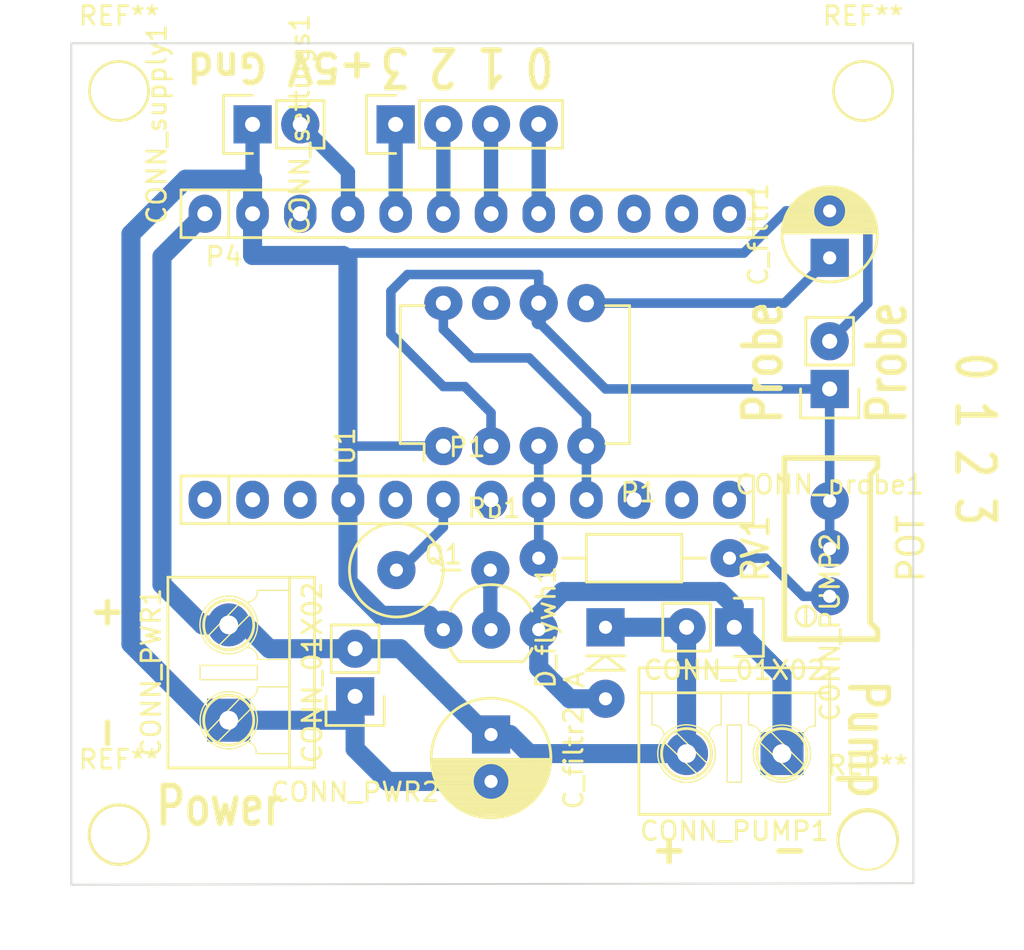
<source format=kicad_pcb>
(kicad_pcb (version 20171130) (host pcbnew "(5.1.12)-1")

  (general
    (thickness 1.6)
    (drawings 19)
    (tracks 92)
    (zones 0)
    (modules 21)
    (nets 28)
  )

  (page A4)
  (title_block
    (date "sam. 04 avril 2015")
  )

  (layers
    (0 F.Cu signal)
    (31 B.Cu signal)
    (32 B.Adhes user)
    (33 F.Adhes user)
    (34 B.Paste user)
    (35 F.Paste user)
    (36 B.SilkS user)
    (37 F.SilkS user)
    (38 B.Mask user)
    (39 F.Mask user)
    (40 Dwgs.User user)
    (41 Cmts.User user)
    (42 Eco1.User user)
    (43 Eco2.User user)
    (44 Edge.Cuts user)
    (45 Margin user)
    (46 B.CrtYd user)
    (47 F.CrtYd user)
    (48 B.Fab user)
    (49 F.Fab user)
  )

  (setup
    (last_trace_width 0.25)
    (user_trace_width 0.508)
    (user_trace_width 0.762)
    (user_trace_width 1.016)
    (trace_clearance 0.2)
    (zone_clearance 0.508)
    (zone_45_only no)
    (trace_min 0.2)
    (via_size 0.6)
    (via_drill 0.4)
    (via_min_size 0.4)
    (via_min_drill 0.3)
    (uvia_size 0.3)
    (uvia_drill 0.1)
    (uvias_allowed no)
    (uvia_min_size 0.2)
    (uvia_min_drill 0.1)
    (edge_width 0.1)
    (segment_width 0.15)
    (pcb_text_width 0.3)
    (pcb_text_size 1.5 1.5)
    (mod_edge_width 0.15)
    (mod_text_size 1 1)
    (mod_text_width 0.15)
    (pad_size 2.2352 2.2352)
    (pad_drill 0.8)
    (pad_to_mask_clearance 0)
    (aux_axis_origin 31.496 151.892)
    (grid_origin 31.496 151.892)
    (visible_elements 7FFFFFFF)
    (pcbplotparams
      (layerselection 0x010f0_80000001)
      (usegerberextensions true)
      (usegerberattributes true)
      (usegerberadvancedattributes true)
      (creategerberjobfile true)
      (excludeedgelayer true)
      (linewidth 0.100000)
      (plotframeref false)
      (viasonmask false)
      (mode 1)
      (useauxorigin true)
      (hpglpennumber 1)
      (hpglpenspeed 20)
      (hpglpendiameter 15.000000)
      (psnegative false)
      (psa4output false)
      (plotreference false)
      (plotvalue false)
      (plotinvisibletext false)
      (padsonsilk false)
      (subtractmaskfromsilk false)
      (outputformat 1)
      (mirror false)
      (drillshape 0)
      (scaleselection 1)
      (outputdirectory "print/export/"))
  )

  (net 0 "")
  (net 1 "/1(Tx)")
  (net 2 "/0(Rx)")
  (net 3 /Reset)
  (net 4 GND)
  (net 5 /2)
  (net 6 "/3(**)")
  (net 7 /4)
  (net 8 "/5(**)")
  (net 9 /7)
  (net 10 /8)
  (net 11 "/9(**)")
  (net 12 VCC)
  (net 13 /A3)
  (net 14 /A2)
  (net 15 /A1)
  (net 16 /A0)
  (net 17 "/13(SCK)")
  (net 18 "/12(MISO)")
  (net 19 "/11(**/MOSI)")
  (net 20 "/10(**/SS)")
  (net 21 "Net-(CONN_probe1-Pad1)")
  (net 22 "Net-(CONN_PUMP1-Pad1)")
  (net 23 +12V)
  (net 24 "Net-(C_filtr1-Pad1)")
  (net 25 "Net-(Q1-Pad2)")
  (net 26 "Net-(R1-Pad2)")
  (net 27 "Net-(U1-Pad7)")

  (net_class Default "This is the default net class."
    (clearance 0.2)
    (trace_width 0.25)
    (via_dia 0.6)
    (via_drill 0.4)
    (uvia_dia 0.3)
    (uvia_drill 0.1)
    (add_net +12V)
    (add_net "/0(Rx)")
    (add_net "/1(Tx)")
    (add_net "/10(**/SS)")
    (add_net "/11(**/MOSI)")
    (add_net "/12(MISO)")
    (add_net "/13(SCK)")
    (add_net /2)
    (add_net "/3(**)")
    (add_net /4)
    (add_net "/5(**)")
    (add_net /7)
    (add_net /8)
    (add_net "/9(**)")
    (add_net /A0)
    (add_net /A1)
    (add_net /A2)
    (add_net /A3)
    (add_net /Reset)
    (add_net GND)
    (add_net "Net-(CONN_PUMP1-Pad1)")
    (add_net "Net-(CONN_probe1-Pad1)")
    (add_net "Net-(C_filtr1-Pad1)")
    (add_net "Net-(Q1-Pad2)")
    (add_net "Net-(R1-Pad2)")
    (add_net "Net-(U1-Pad7)")
    (add_net VCC)
  )

  (module Mounting_Holes:MountingHole_3mm (layer F.Cu) (tedit 5687AE64) (tstamp 5687B0A5)
    (at 34.036 94.234)
    (descr "Mounting hole, Befestigungsbohrung, 3mm, No Annular, Kein Restring,")
    (tags "Mounting hole, Befestigungsbohrung, 3mm, No Annular, Kein Restring,")
    (fp_text reference REF** (at 0 -4.0005) (layer F.SilkS)
      (effects (font (size 1 1) (thickness 0.15)))
    )
    (fp_text value MountingHole_3mm (at 1.00076 5.00126) (layer F.Fab)
      (effects (font (size 1 1) (thickness 0.15)))
    )
    (fp_circle (center 0 0) (end 2.54 0) (layer Cmts.User) (width 0.381))
    (pad 1 thru_hole circle (at 0 0) (size 3 3) (drill 3) (layers))
  )

  (module Mounting_Holes:MountingHole_3mm (layer F.Cu) (tedit 5687AE64) (tstamp 5687B086)
    (at 73.914 94.5515)
    (descr "Mounting hole, Befestigungsbohrung, 3mm, No Annular, Kein Restring,")
    (tags "Mounting hole, Befestigungsbohrung, 3mm, No Annular, Kein Restring,")
    (fp_text reference REF** (at 0 -4.0005) (layer F.SilkS)
      (effects (font (size 1 1) (thickness 0.15)))
    )
    (fp_text value MountingHole_3mm (at 1.00076 5.00126) (layer F.Fab)
      (effects (font (size 1 1) (thickness 0.15)))
    )
    (fp_circle (center 0 0) (end 2.54 0) (layer Cmts.User) (width 0.381))
    (pad 1 thru_hole circle (at 0 0) (size 3 3) (drill 3) (layers))
  )

  (module Mounting_Holes:MountingHole_3mm (layer F.Cu) (tedit 5687AE64) (tstamp 5687AE89)
    (at 73.66 54.61)
    (descr "Mounting hole, Befestigungsbohrung, 3mm, No Annular, Kein Restring,")
    (tags "Mounting hole, Befestigungsbohrung, 3mm, No Annular, Kein Restring,")
    (fp_text reference REF** (at 0 -4.0005) (layer F.SilkS)
      (effects (font (size 1 1) (thickness 0.15)))
    )
    (fp_text value MountingHole_3mm (at 1.00076 5.00126) (layer F.Fab)
      (effects (font (size 1 1) (thickness 0.15)))
    )
    (fp_circle (center 0 0) (end 2.54 0) (layer Cmts.User) (width 0.381))
    (pad 1 thru_hole circle (at 0 0) (size 3 3) (drill 3) (layers))
  )

  (module Mounting_Holes:MountingHole_3mm (layer F.Cu) (tedit 5687AE64) (tstamp 5687ADC9)
    (at 34.036 54.61)
    (descr "Mounting hole, Befestigungsbohrung, 3mm, No Annular, Kein Restring,")
    (tags "Mounting hole, Befestigungsbohrung, 3mm, No Annular, Kein Restring,")
    (fp_text reference REF** (at 0 -4.0005) (layer F.SilkS)
      (effects (font (size 1 1) (thickness 0.15)))
    )
    (fp_text value MountingHole_3mm (at 1.00076 5.00126) (layer F.Fab)
      (effects (font (size 1 1) (thickness 0.15)))
    )
    (fp_circle (center 0 0) (end 2.54 0) (layer Cmts.User) (width 0.381))
    (pad 1 thru_hole circle (at 0 0) (size 3 3) (drill 3) (layers))
  )

  (module colo-termblocks:KF301-2P-B (layer F.Cu) (tedit 56821CA9) (tstamp 56812F68)
    (at 39.878 85.598 90)
    (path /567BF7EC)
    (fp_text reference CONN_PWR1 (at 0 -4.1275 270) (layer F.SilkS)
      (effects (font (size 1 1) (thickness 0.15)))
    )
    (fp_text value CONN_01X02 (at 0 4.445 270) (layer F.SilkS)
      (effects (font (size 1 1) (thickness 0.15)))
    )
    (fp_line (start -5.08 4.572) (end 5.08 4.572) (layer F.SilkS) (width 0.15))
    (fp_line (start 5.08 -3.2385) (end -5.08 -3.2385) (layer F.SilkS) (width 0.15))
    (fp_line (start 5.08 -3.2385) (end 5.08 4.572) (layer F.SilkS) (width 0.15))
    (fp_line (start -5.08 4.572) (end -5.08 -3.2385) (layer F.SilkS) (width 0.15))
    (fp_line (start 5.0165 3.2385) (end -5.08 3.2385) (layer F.SilkS) (width 0.15))
    (fp_circle (center 2.54 0) (end 1.2065 0) (layer F.SilkS) (width 0.15))
    (fp_circle (center 2.54 0) (end 3.8735 0.762) (layer F.SilkS) (width 0.075))
    (fp_circle (center -2.54 0) (end -1.2065 0) (layer F.SilkS) (width 0.15))
    (fp_circle (center -2.54 0) (end -1.016 0) (layer F.SilkS) (width 0.075))
    (fp_line (start 0.381 -1.524) (end 0.381 1.524) (layer F.SilkS) (width 0.075))
    (fp_line (start -0.381 -1.524) (end 0.381 -1.524) (layer F.SilkS) (width 0.075))
    (fp_line (start -0.381 1.524) (end -0.381 -1.524) (layer F.SilkS) (width 0.075))
    (fp_line (start 0.381 1.524) (end -0.381 1.524) (layer F.SilkS) (width 0.075))
    (fp_line (start 4.3815 1.524) (end 4.3815 3.2385) (layer F.SilkS) (width 0.075))
    (fp_line (start -0.762 1.524) (end -0.762 3.2385) (layer F.SilkS) (width 0.075))
    (fp_line (start -4.318 1.4605) (end -4.318 3.175) (layer F.SilkS) (width 0.075))
    (fp_line (start 0.6985 1.524) (end 0.6985 3.2385) (layer F.SilkS) (width 0.075))
    (fp_line (start -1.905 1.2065) (end -3.683 -0.5715) (layer F.SilkS) (width 0.075))
    (fp_line (start -3.175 -1.143) (end -1.3335 0.635) (layer F.SilkS) (width 0.075))
    (fp_line (start 1.905 -1.143) (end 3.7465 0.635) (layer F.SilkS) (width 0.075))
    (fp_line (start 3.175 1.2065) (end 1.397 -0.5715) (layer F.SilkS) (width 0.075))
    (fp_arc (start 0.762 0.9525) (end 0.6985 1.524) (angle -90) (layer F.SilkS) (width 0.075))
    (fp_arc (start -4.2545 0.889) (end -4.318 1.4605) (angle -90) (layer F.SilkS) (width 0.075))
    (fp_arc (start -0.8255 0.9525) (end -0.762 1.524) (angle 90) (layer F.SilkS) (width 0.075))
    (fp_arc (start 4.318 0.9525) (end 4.3815 1.524) (angle 90) (layer F.SilkS) (width 0.075))
    (pad 1 thru_hole rect (at -2.54 0 90) (size 2.286 2.286) (drill 1) (layers B.Cu B.Mask)
      (net 4 GND))
    (pad 2 thru_hole circle (at 2.54 0 90) (size 2.286 2.286) (drill 1) (layers B.Cu B.Mask)
      (net 23 +12V))
  )

  (module colo-termblocks:KF301-2P-B (layer F.Cu) (tedit 5681A356) (tstamp 56812F3A)
    (at 66.802 89.916 180)
    (path /567BF9AE)
    (fp_text reference CONN_PUMP1 (at 0 -4.1275) (layer F.SilkS)
      (effects (font (size 1 1) (thickness 0.15)))
    )
    (fp_text value CONN_01X02 (at 0 4.445) (layer F.SilkS)
      (effects (font (size 1 1) (thickness 0.15)))
    )
    (fp_line (start -5.08 4.572) (end 5.08 4.572) (layer F.SilkS) (width 0.15))
    (fp_line (start 5.08 -3.2385) (end -5.08 -3.2385) (layer F.SilkS) (width 0.15))
    (fp_line (start 5.08 -3.2385) (end 5.08 4.572) (layer F.SilkS) (width 0.15))
    (fp_line (start -5.08 4.572) (end -5.08 -3.2385) (layer F.SilkS) (width 0.15))
    (fp_line (start 5.0165 3.2385) (end -5.08 3.2385) (layer F.SilkS) (width 0.15))
    (fp_circle (center 2.54 0) (end 1.2065 0) (layer F.SilkS) (width 0.15))
    (fp_circle (center 2.54 0) (end 3.8735 0.762) (layer F.SilkS) (width 0.075))
    (fp_circle (center -2.54 0) (end -1.2065 0) (layer F.SilkS) (width 0.15))
    (fp_circle (center -2.54 0) (end -1.016 0) (layer F.SilkS) (width 0.075))
    (fp_line (start 0.381 -1.524) (end 0.381 1.524) (layer F.SilkS) (width 0.075))
    (fp_line (start -0.381 -1.524) (end 0.381 -1.524) (layer F.SilkS) (width 0.075))
    (fp_line (start -0.381 1.524) (end -0.381 -1.524) (layer F.SilkS) (width 0.075))
    (fp_line (start 0.381 1.524) (end -0.381 1.524) (layer F.SilkS) (width 0.075))
    (fp_line (start 4.3815 1.524) (end 4.3815 3.2385) (layer F.SilkS) (width 0.075))
    (fp_line (start -0.762 1.524) (end -0.762 3.2385) (layer F.SilkS) (width 0.075))
    (fp_line (start -4.318 1.4605) (end -4.318 3.175) (layer F.SilkS) (width 0.075))
    (fp_line (start 0.6985 1.524) (end 0.6985 3.2385) (layer F.SilkS) (width 0.075))
    (fp_line (start -1.905 1.2065) (end -3.683 -0.5715) (layer F.SilkS) (width 0.075))
    (fp_line (start -3.175 -1.143) (end -1.3335 0.635) (layer F.SilkS) (width 0.075))
    (fp_line (start 1.905 -1.143) (end 3.7465 0.635) (layer F.SilkS) (width 0.075))
    (fp_line (start 3.175 1.2065) (end 1.397 -0.5715) (layer F.SilkS) (width 0.075))
    (fp_arc (start 0.762 0.9525) (end 0.6985 1.524) (angle -90) (layer F.SilkS) (width 0.075))
    (fp_arc (start -4.2545 0.889) (end -4.318 1.4605) (angle -90) (layer F.SilkS) (width 0.075))
    (fp_arc (start -0.8255 0.9525) (end -0.762 1.524) (angle 90) (layer F.SilkS) (width 0.075))
    (fp_arc (start 4.318 0.9525) (end 4.3815 1.524) (angle 90) (layer F.SilkS) (width 0.075))
    (pad 1 thru_hole rect (at -2.54 0 180) (size 2.286 2.286) (drill 1) (layers B.Cu B.Mask)
      (net 22 "Net-(CONN_PUMP1-Pad1)"))
    (pad 2 thru_hole circle (at 2.54 0 180) (size 2.286 2.286) (drill 1) (layers B.Cu B.Mask)
      (net 23 +12V))
  )

  (module Pin_Headers:Pin_Header_Straight_1x02 (layer F.Cu) (tedit 5687B8B7) (tstamp 5681303D)
    (at 41.148 56.388 90)
    (descr "Through hole pin header")
    (tags "pin header")
    (path /567CADAD)
    (fp_text reference CONN_supply1 (at 0 -5.1 90) (layer F.SilkS)
      (effects (font (size 1 1) (thickness 0.15)))
    )
    (fp_text value CONN_01X02 (at 0 -3.1 90) (layer F.Fab)
      (effects (font (size 1 1) (thickness 0.15)))
    )
    (fp_line (start -1.27 3.81) (end 1.27 3.81) (layer F.SilkS) (width 0.15))
    (fp_line (start -1.27 1.27) (end -1.27 3.81) (layer F.SilkS) (width 0.15))
    (fp_line (start -1.55 -1.55) (end 1.55 -1.55) (layer F.SilkS) (width 0.15))
    (fp_line (start -1.55 0) (end -1.55 -1.55) (layer F.SilkS) (width 0.15))
    (fp_line (start 1.27 1.27) (end -1.27 1.27) (layer F.SilkS) (width 0.15))
    (fp_line (start -1.75 4.3) (end 1.75 4.3) (layer F.CrtYd) (width 0.05))
    (fp_line (start -1.75 -1.75) (end 1.75 -1.75) (layer F.CrtYd) (width 0.05))
    (fp_line (start 1.75 -1.75) (end 1.75 4.3) (layer F.CrtYd) (width 0.05))
    (fp_line (start -1.75 -1.75) (end -1.75 4.3) (layer F.CrtYd) (width 0.05))
    (fp_line (start 1.55 -1.55) (end 1.55 0) (layer F.SilkS) (width 0.15))
    (fp_line (start 1.27 1.27) (end 1.27 3.81) (layer F.SilkS) (width 0.15))
    (pad 1 thru_hole rect (at 0 0 90) (size 2.032 2.032) (drill 0.8) (layers B.Cu B.Mask)
      (net 4 GND))
    (pad 2 thru_hole oval (at 0 2.54 90) (size 2.032 2.032) (drill 0.8) (layers B.Cu B.Mask)
      (net 12 VCC))
    (model Pin_Headers.3dshapes/Pin_Header_Straight_1x02.wrl
      (offset (xyz 0 -1.269999980926514 0))
      (scale (xyz 1 1 1))
      (rotate (xyz 0 0 90))
    )
  )

  (module Pin_Headers:Pin_Header_Straight_1x04 (layer F.Cu) (tedit 567C9EAB) (tstamp 5681302B)
    (at 48.768 56.388 90)
    (descr "Through hole pin header")
    (tags "pin header")
    (path /567CAEC6)
    (fp_text reference CONN_settings1 (at 0 -5.1 90) (layer F.SilkS)
      (effects (font (size 1 1) (thickness 0.15)))
    )
    (fp_text value CONN_01X04 (at 0 -3.1 90) (layer F.Fab)
      (effects (font (size 1 1) (thickness 0.15)))
    )
    (fp_line (start -1.55 -1.55) (end 1.55 -1.55) (layer F.SilkS) (width 0.15))
    (fp_line (start -1.55 0) (end -1.55 -1.55) (layer F.SilkS) (width 0.15))
    (fp_line (start 1.27 1.27) (end -1.27 1.27) (layer F.SilkS) (width 0.15))
    (fp_line (start -1.27 8.89) (end 1.27 8.89) (layer F.SilkS) (width 0.15))
    (fp_line (start 1.55 -1.55) (end 1.55 0) (layer F.SilkS) (width 0.15))
    (fp_line (start 1.27 1.27) (end 1.27 8.89) (layer F.SilkS) (width 0.15))
    (fp_line (start -1.27 1.27) (end -1.27 8.89) (layer F.SilkS) (width 0.15))
    (fp_line (start -1.75 9.4) (end 1.75 9.4) (layer F.CrtYd) (width 0.05))
    (fp_line (start -1.75 -1.75) (end 1.75 -1.75) (layer F.CrtYd) (width 0.05))
    (fp_line (start 1.75 -1.75) (end 1.75 9.4) (layer F.CrtYd) (width 0.05))
    (fp_line (start -1.75 -1.75) (end -1.75 9.4) (layer F.CrtYd) (width 0.05))
    (pad 1 thru_hole rect (at 0 0 90) (size 2.032 2.032) (drill 0.8) (layers B.Cu B.Mask)
      (net 13 /A3))
    (pad 2 thru_hole oval (at 0 2.54 90) (size 2.032 2.032) (drill 0.8) (layers B.Cu B.Mask)
      (net 14 /A2))
    (pad 3 thru_hole oval (at 0 5.08 90) (size 2.032 2.032) (drill 0.8) (layers B.Cu B.Mask)
      (net 15 /A1))
    (pad 4 thru_hole oval (at 0 7.62 90) (size 2.032 2.032) (drill 0.8) (layers B.Cu B.Mask)
      (net 16 /A0))
    (model Pin_Headers.3dshapes/Pin_Header_Straight_1x04.wrl
      (offset (xyz 0 -3.809999942779541 0))
      (scale (xyz 1 1 1))
      (rotate (xyz 0 0 90))
    )
  )

  (module Resistors_ThroughHole:Resistor_Vertical_RM5mm (layer F.Cu) (tedit 567F0773) (tstamp 56813024)
    (at 51.308 80.137)
    (descr "Resistor, Vertical, RM 5mm, 1/3W,")
    (tags "Resistor, Vertical, RM 5mm, 1/3W,")
    (path /567BF76B)
    (fp_text reference Rb1 (at 2.70002 -3.29946) (layer F.SilkS)
      (effects (font (size 1 1) (thickness 0.15)))
    )
    (fp_text value 470R (at -4.064 0.127 90) (layer F.Fab)
      (effects (font (size 1 1) (thickness 0.15)))
    )
    (fp_circle (center -2.49936 0) (end 0 0) (layer F.SilkS) (width 0.15))
    (fp_line (start -0.09906 0) (end 0.9017 0) (layer F.SilkS) (width 0.15))
    (pad 1 thru_hole oval (at -2.49936 0) (size 2.032 2.032) (drill 0.7) (layers B.Cu B.Mask)
      (net 6 "/3(**)"))
    (pad 2 thru_hole oval (at 2.5019 0) (size 2.032 2.032) (drill 0.7) (layers B.Cu B.Mask)
      (net 25 "Net-(Q1-Pad2)"))
  )

  (module Housings_DIP:DIP-8_W7.62mm (layer F.Cu) (tedit 567CA0B5) (tstamp 5681300E)
    (at 51.308 73.533 90)
    (descr "8-lead dip package, row spacing 7.62 mm (300 mils)")
    (tags "dil dip 2.54 300")
    (path /567BDC87)
    (fp_text reference U1 (at 0 -5.22 90) (layer F.SilkS)
      (effects (font (size 1 1) (thickness 0.15)))
    )
    (fp_text value LM555N (at 0 -3.72 90) (layer F.Fab)
      (effects (font (size 1 1) (thickness 0.15)))
    )
    (fp_line (start 0.135 -1.025) (end -0.8 -1.025) (layer F.SilkS) (width 0.15))
    (fp_line (start 0.135 9.915) (end 7.485 9.915) (layer F.SilkS) (width 0.15))
    (fp_line (start 0.135 -2.295) (end 7.485 -2.295) (layer F.SilkS) (width 0.15))
    (fp_line (start 0.135 9.915) (end 0.135 8.645) (layer F.SilkS) (width 0.15))
    (fp_line (start 7.485 9.915) (end 7.485 8.645) (layer F.SilkS) (width 0.15))
    (fp_line (start 7.485 -2.295) (end 7.485 -1.025) (layer F.SilkS) (width 0.15))
    (fp_line (start 0.135 -2.295) (end 0.135 -1.025) (layer F.SilkS) (width 0.15))
    (fp_line (start -1.05 10.1) (end 8.65 10.1) (layer F.CrtYd) (width 0.05))
    (fp_line (start -1.05 -2.45) (end 8.65 -2.45) (layer F.CrtYd) (width 0.05))
    (fp_line (start 8.65 -2.45) (end 8.65 10.1) (layer F.CrtYd) (width 0.05))
    (fp_line (start -1.05 -2.45) (end -1.05 10.1) (layer F.CrtYd) (width 0.05))
    (pad 1 thru_hole oval (at 0 0 90) (size 2.032 2.032) (drill 0.8) (layers B.Cu B.Mask)
      (net 4 GND))
    (pad 2 thru_hole oval (at 0 2.54 90) (size 2.032 2.032) (drill 0.8) (layers B.Cu B.Mask)
      (net 21 "Net-(CONN_probe1-Pad1)"))
    (pad 3 thru_hole oval (at 0 5.08 90) (size 2.032 2.032) (drill 0.8) (layers B.Cu B.Mask)
      (net 8 "/5(**)"))
    (pad 4 thru_hole oval (at 0 7.62 90) (size 2.032 2.032) (drill 0.8) (layers B.Cu B.Mask)
      (net 12 VCC))
    (pad 5 thru_hole oval (at 7.62 7.62 90) (size 2.032 2.032) (drill 0.8) (layers B.Cu B.Mask)
      (net 24 "Net-(C_filtr1-Pad1)"))
    (pad 6 thru_hole oval (at 7.62 5.08 90) (size 2.032 2.032) (drill 0.8) (layers B.Cu B.Mask)
      (net 21 "Net-(CONN_probe1-Pad1)"))
    (pad 7 thru_hole oval (at 7.62 2.54 90) (size 1.778 2.032) (drill 0.8) (layers B.Cu B.Mask)
      (net 27 "Net-(U1-Pad7)"))
    (pad 8 thru_hole oval (at 7.62 0 90) (size 1.778 2.032) (drill 0.8) (layers B.Cu B.Mask)
      (net 12 VCC))
    (model Housings_DIP.3dshapes/DIP-8_W7.62mm.wrl
      (at (xyz 0 0 0))
      (scale (xyz 1 1 1))
      (rotate (xyz 0 0 0))
    )
  )

  (module Diodes_ThroughHole:Diode_DO-41_SOD81_Vertical_AnodeUp (layer F.Cu) (tedit 567DDA48) (tstamp 56813004)
    (at 59.944 83.185 270)
    (descr "Diode, DO-41, SOD81, Vertical, Anode Up,")
    (tags "Diode, DO-41, SOD81, Vertical, Anode Up, 1N4007, SB140,")
    (path /567C6383)
    (fp_text reference D_flywh1 (at 0 3.175 270) (layer F.SilkS)
      (effects (font (size 1 1) (thickness 0.15)))
    )
    (fp_text value D_Small (at 0.05 -2 270) (layer F.Fab)
      (effects (font (size 1 1) (thickness 0.15)))
    )
    (fp_line (start 2.286 -1.016) (end 2.286 1.016) (layer F.SilkS) (width 0.15))
    (fp_line (start 1.524 -1.016) (end 1.524 1.016) (layer F.SilkS) (width 0.15))
    (fp_line (start 1.524 0) (end 2.286 -1.016) (layer F.SilkS) (width 0.15))
    (fp_line (start 1.524 0) (end 2.286 1.016) (layer F.SilkS) (width 0.15))
    (fp_text user A (at 2.794 1.651 270) (layer F.SilkS)
      (effects (font (size 1 1) (thickness 0.15)))
    )
    (pad 2 thru_hole oval (at 3.81 0 270) (size 2.032 2.032) (drill 0.7) (layers B.Cu B.Mask)
      (net 22 "Net-(CONN_PUMP1-Pad1)"))
    (pad 1 thru_hole rect (at 0 0 270) (size 2.032 2.032) (drill 0.7) (layers B.Cu B.Mask)
      (net 23 +12V))
  )

  (module Capacitors_ThroughHole:C_Radial_D6.3_L11.2_P2.5 (layer F.Cu) (tedit 567DBFCC) (tstamp 56812FD8)
    (at 53.848 88.9 270)
    (descr "Radial Electrolytic Capacitor, Diameter 6.3mm x Length 11.2mm, Pitch 2.5mm")
    (tags "Electrolytic Capacitor")
    (path /567C5CD6)
    (fp_text reference C_filtr2 (at 1.25 -4.4 270) (layer F.SilkS)
      (effects (font (size 1 1) (thickness 0.15)))
    )
    (fp_text value CP1 (at 1.25 4.4 270) (layer F.Fab)
      (effects (font (size 1 1) (thickness 0.15)))
    )
    (fp_circle (center 1.25 0) (end 1.25 -3.4) (layer F.CrtYd) (width 0.05))
    (fp_circle (center 1.25 0) (end 1.25 -3.1875) (layer F.SilkS) (width 0.15))
    (fp_circle (center 2.5 0) (end 2.5 -1) (layer F.SilkS) (width 0.15))
    (fp_line (start 4.265 -0.912) (end 4.265 0.912) (layer F.SilkS) (width 0.15))
    (fp_line (start 4.125 -1.287) (end 4.125 1.287) (layer F.SilkS) (width 0.15))
    (fp_line (start 3.985 -1.563) (end 3.985 1.563) (layer F.SilkS) (width 0.15))
    (fp_line (start 3.845 -1.786) (end 3.845 1.786) (layer F.SilkS) (width 0.15))
    (fp_line (start 3.705 -1.974) (end 3.705 1.974) (layer F.SilkS) (width 0.15))
    (fp_line (start 3.565 -2.136) (end 3.565 2.136) (layer F.SilkS) (width 0.15))
    (fp_line (start 3.425 0.38) (end 3.425 2.279) (layer F.SilkS) (width 0.15))
    (fp_line (start 3.425 -2.279) (end 3.425 -0.38) (layer F.SilkS) (width 0.15))
    (fp_line (start 3.285 0.619) (end 3.285 2.404) (layer F.SilkS) (width 0.15))
    (fp_line (start 3.285 -2.404) (end 3.285 -0.619) (layer F.SilkS) (width 0.15))
    (fp_line (start 3.145 0.764) (end 3.145 2.516) (layer F.SilkS) (width 0.15))
    (fp_line (start 3.145 -2.516) (end 3.145 -0.764) (layer F.SilkS) (width 0.15))
    (fp_line (start 3.005 0.863) (end 3.005 2.616) (layer F.SilkS) (width 0.15))
    (fp_line (start 3.005 -2.616) (end 3.005 -0.863) (layer F.SilkS) (width 0.15))
    (fp_line (start 2.865 0.931) (end 2.865 2.704) (layer F.SilkS) (width 0.15))
    (fp_line (start 2.865 -2.704) (end 2.865 -0.931) (layer F.SilkS) (width 0.15))
    (fp_line (start 2.725 0.974) (end 2.725 2.783) (layer F.SilkS) (width 0.15))
    (fp_line (start 2.725 -2.783) (end 2.725 -0.974) (layer F.SilkS) (width 0.15))
    (fp_line (start 2.585 0.996) (end 2.585 2.853) (layer F.SilkS) (width 0.15))
    (fp_line (start 2.585 -2.853) (end 2.585 -0.996) (layer F.SilkS) (width 0.15))
    (fp_line (start 2.445 0.998) (end 2.445 2.915) (layer F.SilkS) (width 0.15))
    (fp_line (start 2.445 -2.915) (end 2.445 -0.998) (layer F.SilkS) (width 0.15))
    (fp_line (start 2.305 0.981) (end 2.305 2.968) (layer F.SilkS) (width 0.15))
    (fp_line (start 2.305 -2.968) (end 2.305 -0.981) (layer F.SilkS) (width 0.15))
    (fp_line (start 2.165 0.942) (end 2.165 3.014) (layer F.SilkS) (width 0.15))
    (fp_line (start 2.165 -3.014) (end 2.165 -0.942) (layer F.SilkS) (width 0.15))
    (fp_line (start 2.025 0.88) (end 2.025 3.053) (layer F.SilkS) (width 0.15))
    (fp_line (start 2.025 -3.053) (end 2.025 -0.88) (layer F.SilkS) (width 0.15))
    (fp_line (start 1.885 0.789) (end 1.885 3.085) (layer F.SilkS) (width 0.15))
    (fp_line (start 1.885 -3.085) (end 1.885 -0.789) (layer F.SilkS) (width 0.15))
    (fp_line (start 1.745 0.656) (end 1.745 3.111) (layer F.SilkS) (width 0.15))
    (fp_line (start 1.745 -3.111) (end 1.745 -0.656) (layer F.SilkS) (width 0.15))
    (fp_line (start 1.605 0.446) (end 1.605 3.13) (layer F.SilkS) (width 0.15))
    (fp_line (start 1.605 -3.13) (end 1.605 -0.446) (layer F.SilkS) (width 0.15))
    (fp_line (start 1.465 -3.143) (end 1.465 3.143) (layer F.SilkS) (width 0.15))
    (fp_line (start 1.325 -3.149) (end 1.325 3.149) (layer F.SilkS) (width 0.15))
    (pad 2 thru_hole oval (at 2.5 0 270) (size 2.032 2.032) (drill 0.7) (layers B.Cu B.Mask)
      (net 4 GND))
    (pad 1 thru_hole rect (at 0 0 270) (size 2.032 2.032) (drill 0.7) (layers B.Cu B.Mask)
      (net 23 +12V))
    (model Capacitors_ThroughHole.3dshapes/C_Radial_D6.3_L11.2_P2.5.wrl
      (at (xyz 0 0 0))
      (scale (xyz 1 1 1))
      (rotate (xyz 0 0 0))
    )
  )

  (module trimpot-cermet-btype:RV-bline (layer F.Cu) (tedit 567CA231) (tstamp 56812FC8)
    (at 71.882 78.994 90)
    (descr "Resistance variable / Potentiometre")
    (tags R)
    (path /567BDF14)
    (fp_text reference RV1 (at 0 -3.937 90) (layer F.SilkS)
      (effects (font (size 1.397 1.27) (thickness 0.2032)))
    )
    (fp_text value POT (at 0 4.318 90) (layer F.SilkS)
      (effects (font (size 1.397 1.27) (thickness 0.2032)))
    )
    (fp_line (start -4.826 2.54) (end -4.826 -2.41) (layer F.SilkS) (width 0.3048))
    (fp_line (start 4.826 -2.413) (end 4.826 2.54) (layer F.SilkS) (width 0.3048))
    (fp_line (start -4.826 -2.413) (end 4.826 -2.413) (layer F.SilkS) (width 0.3048))
    (fp_circle (center -3.603 -1.27) (end -3.429 -0.769) (layer F.SilkS) (width 0.15))
    (fp_line (start -4.064 -1.27) (end -3.048 -1.27) (layer F.SilkS) (width 0.15))
    (fp_line (start -4.318 2.54) (end -3.937 2.159) (layer F.SilkS) (width 0.3048))
    (fp_line (start -4.318 2.54) (end -4.826 2.54) (layer F.SilkS) (width 0.3048))
    (fp_line (start 3.937 2.159) (end -3.937 2.159) (layer F.SilkS) (width 0.3048))
    (fp_line (start 4.318 2.54) (end 3.937 2.159) (layer F.SilkS) (width 0.3048))
    (fp_line (start 4.826 2.54) (end 4.318 2.54) (layer F.SilkS) (width 0.3048))
    (pad 1 thru_hole oval (at -2.54 0 90) (size 2.032 2.032) (drill 0.7) (layers B.Cu B.Mask)
      (net 26 "Net-(R1-Pad2)"))
    (pad 2 thru_hole oval (at 0 0 90) (size 2.032 2.032) (drill 0.7) (layers B.Cu B.Mask)
      (net 21 "Net-(CONN_probe1-Pad1)"))
    (pad 3 thru_hole oval (at 2.54 0 90) (size 2.032 2.032) (drill 0.7) (layers B.Cu B.Mask)
      (net 21 "Net-(CONN_probe1-Pad1)"))
  )

  (module Resistors_ThroughHole:Resistor_Horizontal_RM10mm (layer F.Cu) (tedit 567CA24C) (tstamp 56812FBD)
    (at 61.468 79.502)
    (descr "Resistor, Axial,  RM 10mm, 1/3W,")
    (tags "Resistor, Axial, RM 10mm, 1/3W,")
    (path /567C1585)
    (fp_text reference R1 (at 0.24892 -3.50012) (layer F.SilkS)
      (effects (font (size 1 1) (thickness 0.15)))
    )
    (fp_text value R (at 3.81 3.81) (layer F.Fab)
      (effects (font (size 1 1) (thickness 0.15)))
    )
    (fp_line (start 2.54 0) (end 3.81 0) (layer F.SilkS) (width 0.15))
    (fp_line (start -2.54 0) (end -3.81 0) (layer F.SilkS) (width 0.15))
    (fp_line (start -2.54 1.27) (end -2.54 -1.27) (layer F.SilkS) (width 0.15))
    (fp_line (start 2.54 1.27) (end -2.54 1.27) (layer F.SilkS) (width 0.15))
    (fp_line (start 2.54 -1.27) (end 2.54 1.27) (layer F.SilkS) (width 0.15))
    (fp_line (start -2.54 -1.27) (end 2.54 -1.27) (layer F.SilkS) (width 0.15))
    (pad 1 thru_hole oval (at -5.08 0) (size 2.032 2.032) (drill 0.7) (layers B.Cu B.Mask)
      (net 8 "/5(**)"))
    (pad 2 thru_hole oval (at 5.08 0) (size 2.032 2.032) (drill 0.7) (layers B.Cu B.Mask)
      (net 26 "Net-(R1-Pad2)"))
    (model Resistors_ThroughHole.3dshapes/Resistor_Horizontal_RM10mm.wrl
      (at (xyz 0 0 0))
      (scale (xyz 0.4 0.4 0.4))
      (rotate (xyz 0 0 0))
    )
  )

  (module Capacitors_ThroughHole:C_Radial_D5_L6_P2.5 (layer F.Cu) (tedit 567DBFE1) (tstamp 56812F96)
    (at 71.882 63.5 90)
    (descr "Radial Electrolytic Capacitor Diameter 5mm x Length 6mm, Pitch 2.5mm")
    (tags "Electrolytic Capacitor")
    (path /567BEDBF)
    (fp_text reference C_filtr1 (at 1.25 -3.8 90) (layer F.SilkS)
      (effects (font (size 1 1) (thickness 0.15)))
    )
    (fp_text value CP1 (at 1.25 3.8 90) (layer F.Fab)
      (effects (font (size 1 1) (thickness 0.15)))
    )
    (fp_circle (center 1.25 0) (end 1.25 -2.8) (layer F.CrtYd) (width 0.05))
    (fp_circle (center 1.25 0) (end 1.25 -2.5375) (layer F.SilkS) (width 0.15))
    (fp_circle (center 2.5 0) (end 2.5 -0.9) (layer F.SilkS) (width 0.15))
    (fp_line (start 3.705 -0.472) (end 3.705 0.472) (layer F.SilkS) (width 0.15))
    (fp_line (start 3.565 -0.944) (end 3.565 0.944) (layer F.SilkS) (width 0.15))
    (fp_line (start 3.425 -1.233) (end 3.425 1.233) (layer F.SilkS) (width 0.15))
    (fp_line (start 3.285 0.44) (end 3.285 1.452) (layer F.SilkS) (width 0.15))
    (fp_line (start 3.285 -1.452) (end 3.285 -0.44) (layer F.SilkS) (width 0.15))
    (fp_line (start 3.145 0.628) (end 3.145 1.631) (layer F.SilkS) (width 0.15))
    (fp_line (start 3.145 -1.631) (end 3.145 -0.628) (layer F.SilkS) (width 0.15))
    (fp_line (start 3.005 0.745) (end 3.005 1.78) (layer F.SilkS) (width 0.15))
    (fp_line (start 3.005 -1.78) (end 3.005 -0.745) (layer F.SilkS) (width 0.15))
    (fp_line (start 2.865 0.823) (end 2.865 1.908) (layer F.SilkS) (width 0.15))
    (fp_line (start 2.865 -1.908) (end 2.865 -0.823) (layer F.SilkS) (width 0.15))
    (fp_line (start 2.725 0.871) (end 2.725 2.019) (layer F.SilkS) (width 0.15))
    (fp_line (start 2.725 -2.019) (end 2.725 -0.871) (layer F.SilkS) (width 0.15))
    (fp_line (start 2.585 0.896) (end 2.585 2.114) (layer F.SilkS) (width 0.15))
    (fp_line (start 2.585 -2.114) (end 2.585 -0.896) (layer F.SilkS) (width 0.15))
    (fp_line (start 2.445 0.898) (end 2.445 2.196) (layer F.SilkS) (width 0.15))
    (fp_line (start 2.445 -2.196) (end 2.445 -0.898) (layer F.SilkS) (width 0.15))
    (fp_line (start 2.305 0.879) (end 2.305 2.266) (layer F.SilkS) (width 0.15))
    (fp_line (start 2.305 -2.266) (end 2.305 -0.879) (layer F.SilkS) (width 0.15))
    (fp_line (start 2.165 0.835) (end 2.165 2.327) (layer F.SilkS) (width 0.15))
    (fp_line (start 2.165 -2.327) (end 2.165 -0.835) (layer F.SilkS) (width 0.15))
    (fp_line (start 2.025 0.764) (end 2.025 2.377) (layer F.SilkS) (width 0.15))
    (fp_line (start 2.025 -2.377) (end 2.025 -0.764) (layer F.SilkS) (width 0.15))
    (fp_line (start 1.885 0.657) (end 1.885 2.418) (layer F.SilkS) (width 0.15))
    (fp_line (start 1.885 -2.418) (end 1.885 -0.657) (layer F.SilkS) (width 0.15))
    (fp_line (start 1.745 0.49) (end 1.745 2.451) (layer F.SilkS) (width 0.15))
    (fp_line (start 1.745 -2.451) (end 1.745 -0.49) (layer F.SilkS) (width 0.15))
    (fp_line (start 1.605 0.095) (end 1.605 2.475) (layer F.SilkS) (width 0.15))
    (fp_line (start 1.605 -2.475) (end 1.605 -0.095) (layer F.SilkS) (width 0.15))
    (fp_line (start 1.465 -2.491) (end 1.465 2.491) (layer F.SilkS) (width 0.15))
    (fp_line (start 1.325 -2.499) (end 1.325 2.499) (layer F.SilkS) (width 0.15))
    (pad 1 thru_hole rect (at 0 0 90) (size 2.032 2.032) (drill 0.7) (layers B.Cu B.Mask)
      (net 24 "Net-(C_filtr1-Pad1)"))
    (pad 2 thru_hole oval (at 2.5 0 90) (size 2.032 2.032) (drill 0.7) (layers B.Cu B.Mask)
      (net 4 GND))
    (model Capacitors_ThroughHole.3dshapes/C_Radial_D5_L6_P2.5.wrl
      (offset (xyz 1.250000021226883 0 0))
      (scale (xyz 1 1 1))
      (rotate (xyz 0 0 90))
    )
  )

  (module Pin_Headers:Pin_Header_Straight_1x02 (layer F.Cu) (tedit 567C9E79) (tstamp 56812F86)
    (at 46.609 86.868 180)
    (descr "Through hole pin header")
    (tags "pin header")
    (path /567BF917)
    (fp_text reference CONN_PWR2 (at 0 -5.1 180) (layer F.SilkS)
      (effects (font (size 1 1) (thickness 0.15)))
    )
    (fp_text value CONN_01X02 (at 0 -3.1 180) (layer F.Fab)
      (effects (font (size 1 1) (thickness 0.15)))
    )
    (fp_line (start -1.27 3.81) (end 1.27 3.81) (layer F.SilkS) (width 0.15))
    (fp_line (start -1.27 1.27) (end -1.27 3.81) (layer F.SilkS) (width 0.15))
    (fp_line (start -1.55 -1.55) (end 1.55 -1.55) (layer F.SilkS) (width 0.15))
    (fp_line (start -1.55 0) (end -1.55 -1.55) (layer F.SilkS) (width 0.15))
    (fp_line (start 1.27 1.27) (end -1.27 1.27) (layer F.SilkS) (width 0.15))
    (fp_line (start -1.75 4.3) (end 1.75 4.3) (layer F.CrtYd) (width 0.05))
    (fp_line (start -1.75 -1.75) (end 1.75 -1.75) (layer F.CrtYd) (width 0.05))
    (fp_line (start 1.75 -1.75) (end 1.75 4.3) (layer F.CrtYd) (width 0.05))
    (fp_line (start -1.75 -1.75) (end -1.75 4.3) (layer F.CrtYd) (width 0.05))
    (fp_line (start 1.55 -1.55) (end 1.55 0) (layer F.SilkS) (width 0.15))
    (fp_line (start 1.27 1.27) (end 1.27 3.81) (layer F.SilkS) (width 0.15))
    (pad 1 thru_hole rect (at 0 0 180) (size 2.032 2.032) (drill 0.8) (layers B.Cu B.Mask)
      (net 4 GND))
    (pad 2 thru_hole oval (at 0 2.54 180) (size 2.032 2.032) (drill 0.8) (layers B.Cu B.Mask)
      (net 23 +12V))
    (model Pin_Headers.3dshapes/Pin_Header_Straight_1x02.wrl
      (offset (xyz 0 -1.269999980926514 0))
      (scale (xyz 1 1 1))
      (rotate (xyz 0 0 90))
    )
  )

  (module Pin_Headers:Pin_Header_Straight_1x02 (layer F.Cu) (tedit 5687CC91) (tstamp 56812F58)
    (at 66.802 83.185 270)
    (descr "Through hole pin header")
    (tags "pin header")
    (path /567BFA6B)
    (fp_text reference CONN_PUMP2 (at 0 -5.1 270) (layer F.SilkS)
      (effects (font (size 1 1) (thickness 0.15)))
    )
    (fp_text value CONN_01X02 (at 0 -3.1 270) (layer F.Fab)
      (effects (font (size 1 1) (thickness 0.15)))
    )
    (fp_line (start -1.27 3.81) (end 1.27 3.81) (layer F.SilkS) (width 0.15))
    (fp_line (start -1.27 1.27) (end -1.27 3.81) (layer F.SilkS) (width 0.15))
    (fp_line (start -1.55 -1.55) (end 1.55 -1.55) (layer F.SilkS) (width 0.15))
    (fp_line (start -1.55 0) (end -1.55 -1.55) (layer F.SilkS) (width 0.15))
    (fp_line (start 1.27 1.27) (end -1.27 1.27) (layer F.SilkS) (width 0.15))
    (fp_line (start -1.75 4.3) (end 1.75 4.3) (layer F.CrtYd) (width 0.05))
    (fp_line (start -1.75 -1.75) (end 1.75 -1.75) (layer F.CrtYd) (width 0.05))
    (fp_line (start 1.75 -1.75) (end 1.75 4.3) (layer F.CrtYd) (width 0.05))
    (fp_line (start -1.75 -1.75) (end -1.75 4.3) (layer F.CrtYd) (width 0.05))
    (fp_line (start 1.55 -1.55) (end 1.55 0) (layer F.SilkS) (width 0.15))
    (fp_line (start 1.27 1.27) (end 1.27 3.81) (layer F.SilkS) (width 0.15))
    (pad 1 thru_hole rect (at 0 0 270) (size 2.032 2.032) (drill 0.8) (layers B.Cu B.Mask)
      (net 22 "Net-(CONN_PUMP1-Pad1)"))
    (pad 2 thru_hole oval (at 0 2.54 270) (size 2.032 2.032) (drill 0.8) (layers B.Cu B.Mask)
      (net 23 +12V))
    (model Pin_Headers.3dshapes/Pin_Header_Straight_1x02.wrl
      (offset (xyz 0 -1.269999980926514 0))
      (scale (xyz 1 1 1))
      (rotate (xyz 0 0 90))
    )
  )

  (module Pin_Headers:Pin_Header_Straight_1x02 (layer F.Cu) (tedit 567C9E98) (tstamp 56812F2A)
    (at 71.882 70.485 180)
    (descr "Through hole pin header")
    (tags "pin header")
    (path /567BDD3D)
    (fp_text reference CONN_probe1 (at 0 -5.1 180) (layer F.SilkS)
      (effects (font (size 1 1) (thickness 0.15)))
    )
    (fp_text value CONN_01X02 (at 0 -3.1 180) (layer F.Fab)
      (effects (font (size 1 1) (thickness 0.15)))
    )
    (fp_line (start -1.27 3.81) (end 1.27 3.81) (layer F.SilkS) (width 0.15))
    (fp_line (start -1.27 1.27) (end -1.27 3.81) (layer F.SilkS) (width 0.15))
    (fp_line (start -1.55 -1.55) (end 1.55 -1.55) (layer F.SilkS) (width 0.15))
    (fp_line (start -1.55 0) (end -1.55 -1.55) (layer F.SilkS) (width 0.15))
    (fp_line (start 1.27 1.27) (end -1.27 1.27) (layer F.SilkS) (width 0.15))
    (fp_line (start -1.75 4.3) (end 1.75 4.3) (layer F.CrtYd) (width 0.05))
    (fp_line (start -1.75 -1.75) (end 1.75 -1.75) (layer F.CrtYd) (width 0.05))
    (fp_line (start 1.75 -1.75) (end 1.75 4.3) (layer F.CrtYd) (width 0.05))
    (fp_line (start -1.75 -1.75) (end -1.75 4.3) (layer F.CrtYd) (width 0.05))
    (fp_line (start 1.55 -1.55) (end 1.55 0) (layer F.SilkS) (width 0.15))
    (fp_line (start 1.27 1.27) (end 1.27 3.81) (layer F.SilkS) (width 0.15))
    (pad 1 thru_hole rect (at 0 0 180) (size 2.032 2.032) (drill 0.8) (layers B.Cu B.Mask)
      (net 21 "Net-(CONN_probe1-Pad1)"))
    (pad 2 thru_hole oval (at 0 2.54 180) (size 2.032 2.032) (drill 0.8) (layers B.Cu B.Mask)
      (net 4 GND))
    (model Pin_Headers.3dshapes/Pin_Header_Straight_1x02.wrl
      (offset (xyz 0 -1.269999980926514 0))
      (scale (xyz 1 1 1))
      (rotate (xyz 0 0 90))
    )
  )

  (module Socket_Arduino_Pro_Mini:Socket_Strip_Arduino_1x12 locked (layer F.Cu) (tedit 567CA146) (tstamp 56812F10)
    (at 38.608 61.1505)
    (descr "Through hole socket strip")
    (tags "socket strip")
    (path /552014EF)
    (fp_text reference P4 (at 1.016 2.286) (layer F.SilkS)
      (effects (font (size 1 1) (thickness 0.15)))
    )
    (fp_text value Analog (at 4.826 2.54) (layer F.Fab)
      (effects (font (size 1 1) (thickness 0.15)))
    )
    (fp_line (start 1.27 1.27) (end 1.27 -1.27) (layer F.SilkS) (width 0.15))
    (fp_line (start 29.21 -1.27) (end 1.27 -1.27) (layer F.SilkS) (width 0.15))
    (fp_line (start 29.21 1.27) (end 29.21 -1.27) (layer F.SilkS) (width 0.15))
    (fp_line (start 1.27 1.27) (end 29.21 1.27) (layer F.SilkS) (width 0.15))
    (fp_line (start -1.75 1.75) (end 29.7 1.75) (layer F.CrtYd) (width 0.05))
    (fp_line (start -1.75 -1.75) (end 29.7 -1.75) (layer F.CrtYd) (width 0.05))
    (fp_line (start 29.7 -1.75) (end 29.7 1.75) (layer F.CrtYd) (width 0.05))
    (fp_line (start -1.75 -1.75) (end -1.75 1.75) (layer F.CrtYd) (width 0.05))
    (fp_line (start -1.27 1.27) (end 1.27 1.27) (layer F.SilkS) (width 0.15))
    (fp_line (start -1.27 -1.27) (end -1.27 1.27) (layer F.SilkS) (width 0.15))
    (fp_line (start 1.27 -1.27) (end -1.27 -1.27) (layer F.SilkS) (width 0.15))
    (pad 1 thru_hole oval (at 0 0) (size 1.7272 2.032) (drill 0.8) (layers B.Cu B.Mask)
      (net 23 +12V))
    (pad 2 thru_hole oval (at 2.54 0) (size 1.7272 2.032) (drill 0.8) (layers B.Cu B.Mask)
      (net 4 GND))
    (pad 3 thru_hole oval (at 5.08 0) (size 1.7272 2.032) (drill 0.8) (layers B.Cu B.Mask)
      (net 3 /Reset))
    (pad 4 thru_hole oval (at 7.62 0) (size 1.7272 2.032) (drill 0.8) (layers B.Cu B.Mask)
      (net 12 VCC))
    (pad 5 thru_hole oval (at 10.16 0) (size 1.7272 2.032) (drill 0.8) (layers B.Cu B.Mask)
      (net 13 /A3))
    (pad 6 thru_hole oval (at 12.7 0) (size 1.7272 2.032) (drill 0.8) (layers B.Cu B.Mask)
      (net 14 /A2))
    (pad 7 thru_hole oval (at 15.24 0) (size 1.7272 2.032) (drill 0.8) (layers B.Cu B.Mask)
      (net 15 /A1))
    (pad 8 thru_hole oval (at 17.78 0) (size 1.7272 2.032) (drill 0.8) (layers B.Cu B.Mask)
      (net 16 /A0))
    (pad 9 thru_hole oval (at 20.32 0) (size 1.7272 2.032) (drill 0.8) (layers B.Cu B.Mask)
      (net 17 "/13(SCK)"))
    (pad 10 thru_hole oval (at 22.86 0) (size 1.7272 2.032) (drill 0.8) (layers B.Cu B.Mask)
      (net 18 "/12(MISO)"))
    (pad 11 thru_hole oval (at 25.4 0) (size 1.7272 2.032) (drill 0.8) (layers B.Cu B.Mask)
      (net 19 "/11(**/MOSI)"))
    (pad 12 thru_hole oval (at 27.94 0) (size 1.7272 2.032) (drill 0.8) (layers B.Cu B.Mask)
      (net 20 "/10(**/SS)"))
    (model ${KIPRJMOD}/Socket_Arduino_Pro_Mini.3dshapes/Socket_header_Arduino_1x12.wrl
      (offset (xyz 13.96999979019165 0 0))
      (scale (xyz 1 1 1))
      (rotate (xyz 0 0 180))
    )
  )

  (module Socket_Arduino_Pro_Mini:Socket_Strip_Arduino_1x12 locked (layer F.Cu) (tedit 567CA188) (tstamp 56812EF6)
    (at 38.608 76.3905)
    (descr "Through hole socket strip")
    (tags "socket strip")
    (path /552014A1)
    (fp_text reference P1 (at 13.97 -2.794) (layer F.SilkS)
      (effects (font (size 1 1) (thickness 0.15)))
    )
    (fp_text value Digital (at 18.034 -2.794) (layer F.Fab)
      (effects (font (size 1 1) (thickness 0.15)))
    )
    (fp_line (start 1.27 1.27) (end 1.27 -1.27) (layer F.SilkS) (width 0.15))
    (fp_line (start 29.21 -1.27) (end 1.27 -1.27) (layer F.SilkS) (width 0.15))
    (fp_line (start 29.21 1.27) (end 29.21 -1.27) (layer F.SilkS) (width 0.15))
    (fp_line (start 1.27 1.27) (end 29.21 1.27) (layer F.SilkS) (width 0.15))
    (fp_line (start -1.75 1.75) (end 29.7 1.75) (layer F.CrtYd) (width 0.05))
    (fp_line (start -1.75 -1.75) (end 29.7 -1.75) (layer F.CrtYd) (width 0.05))
    (fp_line (start 29.7 -1.75) (end 29.7 1.75) (layer F.CrtYd) (width 0.05))
    (fp_line (start -1.75 -1.75) (end -1.75 1.75) (layer F.CrtYd) (width 0.05))
    (fp_line (start -1.27 1.27) (end 1.27 1.27) (layer F.SilkS) (width 0.15))
    (fp_line (start -1.27 -1.27) (end -1.27 1.27) (layer F.SilkS) (width 0.15))
    (fp_line (start 1.27 -1.27) (end -1.27 -1.27) (layer F.SilkS) (width 0.15))
    (pad 1 thru_hole oval (at 0 0) (size 1.7272 2.032) (drill 0.8) (layers B.Cu B.Mask)
      (net 1 "/1(Tx)"))
    (pad 2 thru_hole oval (at 2.54 0) (size 1.7272 2.032) (drill 0.8) (layers B.Cu B.Mask)
      (net 2 "/0(Rx)"))
    (pad 3 thru_hole oval (at 5.08 0) (size 1.7272 2.032) (drill 0.8) (layers B.Cu B.Mask)
      (net 3 /Reset))
    (pad 4 thru_hole oval (at 7.62 0) (size 1.7272 2.032) (drill 0.8) (layers B.Cu B.Mask)
      (net 4 GND))
    (pad 5 thru_hole oval (at 10.16 0) (size 1.7272 2.032) (drill 0.8) (layers B.Cu B.Mask)
      (net 5 /2))
    (pad 6 thru_hole oval (at 12.7 0) (size 1.7272 2.032) (drill 0.8) (layers B.Cu B.Mask)
      (net 6 "/3(**)"))
    (pad 7 thru_hole oval (at 15.24 0) (size 1.7272 2.032) (drill 0.8) (layers B.Cu B.Mask)
      (net 7 /4))
    (pad 8 thru_hole oval (at 17.78 0) (size 1.7272 2.032) (drill 0.8) (layers B.Cu B.Mask)
      (net 8 "/5(**)"))
    (pad 9 thru_hole oval (at 20.32 0) (size 1.7272 2.032) (drill 0.8) (layers B.Cu B.Mask)
      (net 12 VCC))
    (pad 10 thru_hole oval (at 22.86 0) (size 1.7272 2.032) (drill 0.8) (layers B.Cu B.Mask)
      (net 9 /7))
    (pad 11 thru_hole oval (at 25.4 0) (size 1.7272 2.032) (drill 0.8) (layers B.Cu B.Mask)
      (net 10 /8))
    (pad 12 thru_hole oval (at 27.94 0) (size 1.7272 2.032) (drill 0.8) (layers B.Cu B.Mask)
      (net 11 "/9(**)"))
    (model ${KIPRJMOD}/Socket_Arduino_Pro_Mini.3dshapes/Socket_header_Arduino_1x12.wrl
      (offset (xyz 13.96999979019165 0 0))
      (scale (xyz 1 1 1))
      (rotate (xyz 0 0 180))
    )
  )

  (module TO_SOT_Packages_THT:TO-92_Inline_Wide (layer F.Cu) (tedit 567F077D) (tstamp 56812EE7)
    (at 51.308 83.312)
    (descr "TO-92 leads in-line, wide, drill 0.8mm (see NXP sot054_po.pdf)")
    (tags "to-92 sc-43 sc-43a sot54 PA33 transistor")
    (path /567F073B)
    (fp_text reference Q1 (at 0 -4 180) (layer F.SilkS)
      (effects (font (size 1 1) (thickness 0.15)))
    )
    (fp_text value 2N2222 (at 2.286 2.032) (layer F.Fab)
      (effects (font (size 1 1) (thickness 0.15)))
    )
    (fp_line (start 6.1 1.95) (end 6.1 -2.65) (layer F.CrtYd) (width 0.05))
    (fp_line (start -1 -2.65) (end 6.1 -2.65) (layer F.CrtYd) (width 0.05))
    (fp_line (start 0.84 1.7) (end 4.24 1.7) (layer F.SilkS) (width 0.15))
    (fp_line (start -1 1.95) (end 6.1 1.95) (layer F.CrtYd) (width 0.05))
    (fp_line (start -1 1.95) (end -1 -2.65) (layer F.CrtYd) (width 0.05))
    (fp_arc (start 2.54 0) (end 0.84 1.7) (angle 20.5) (layer F.SilkS) (width 0.15))
    (fp_arc (start 2.54 0) (end 4.24 1.7) (angle -20.5) (layer F.SilkS) (width 0.15))
    (fp_arc (start 2.54 0) (end 2.54 -2.4) (angle -65.55604127) (layer F.SilkS) (width 0.15))
    (fp_arc (start 2.54 0) (end 2.54 -2.4) (angle 65.55604127) (layer F.SilkS) (width 0.15))
    (pad 2 thru_hole oval (at 2.54 0) (size 2.032 2.032) (drill 0.7) (layers B.Cu B.Mask)
      (net 25 "Net-(Q1-Pad2)"))
    (pad 3 thru_hole oval (at 5.08 0) (size 2.032 2.032) (drill 0.7) (layers B.Cu B.Mask)
      (net 22 "Net-(CONN_PUMP1-Pad1)"))
    (pad 1 thru_hole oval (at 0 0) (size 2.032 2.032) (drill 0.7) (layers B.Cu B.Mask)
      (net 4 GND))
    (model TO_SOT_Packages_THT.3dshapes/TO-92_Inline_Wide.wrl
      (offset (xyz 2.539999961853027 0 0))
      (scale (xyz 1 1 1))
      (rotate (xyz 0 0 -90))
    )
  )

  (gr_line (start 31.496 96.901) (end 76.34224 96.8248) (angle 90) (layer Edge.Cuts) (width 0.1))
  (gr_line (start 76.327 52.07) (end 76.34224 96.8248) (angle 90) (layer Edge.Cuts) (width 0.1))
  (gr_line (start 31.496 52.07) (end 76.327 52.07) (angle 90) (layer Edge.Cuts) (width 0.1))
  (gr_line (start 31.496 96.901) (end 31.496 52.07) (angle 90) (layer Edge.Cuts) (width 0.1))
  (gr_circle (center 73.914 94.488) (end 72.39 94.234) (layer F.SilkS) (width 0.254) (tstamp 5687B066))
  (gr_circle (center 34.036 94.234) (end 32.512 93.98) (layer F.SilkS) (width 0.254) (tstamp 568130BE))
  (gr_text "0 1 2 3" (at 79.629 73.152 270) (layer F.SilkS) (tstamp 5681399E)
    (effects (font (size 2 1.5) (thickness 0.3)))
  )
  (gr_text "0 1 2 3" (at 52.578 53.34 180) (layer F.SilkS)
    (effects (font (size 2 1.5) (thickness 0.3)))
  )
  (gr_line (start 67.818 75.1205) (end 67.818 77.6605) (angle 90) (layer Dwgs.User) (width 0.2) (tstamp 568130C1))
  (gr_text 1 (at 38.735 78.2955 90) (layer Dwgs.User) (tstamp 568130C0)
    (effects (font (size 1.5 1.5) (thickness 0.3)))
  )
  (gr_circle (center 34.036 54.61) (end 32.512 54.61) (layer F.SilkS) (width 0.254) (tstamp 568130BF))
  (gr_circle (center 73.66 54.61) (end 72.136 54.61) (layer F.SilkS) (width 0.254) (tstamp 568130BD))
  (gr_text Power (at 39.37 92.71) (layer F.SilkS) (tstamp 568130B0)
    (effects (font (size 2 1.5) (thickness 0.3)))
  )
  (gr_text "+    -" (at 33.528 85.598 270) (layer F.SilkS) (tstamp 568130AF)
    (effects (font (size 1.5 1.5) (thickness 0.3)))
  )
  (gr_text Pump (at 73.914 89.154 270) (layer F.SilkS) (tstamp 568130AE)
    (effects (font (size 2 1.5) (thickness 0.3)))
  )
  (gr_text "+    -" (at 66.548 94.996) (layer F.SilkS) (tstamp 568130AD)
    (effects (font (size 1.5 1.5) (thickness 0.3)))
  )
  (gr_text Probe (at 68.326 69.088 90) (layer F.SilkS) (tstamp 568130AC)
    (effects (font (size 2 1.5) (thickness 0.3)))
  )
  (gr_text Probe (at 74.93 69.088 90) (layer F.SilkS) (tstamp 568130AB)
    (effects (font (size 2 1.5) (thickness 0.3)))
  )
  (gr_text "+5V Gnd" (at 42.672 53.34 180) (layer F.SilkS) (tstamp 568130AA)
    (effects (font (size 1.5 1.5) (thickness 0.3)))
  )

  (segment (start 48.006 82.55) (end 50.546 82.55) (width 1.016) (layer B.Cu) (net 4) (tstamp 5681306B))
  (segment (start 50.546 82.55) (end 51.308 83.312) (width 1.016) (layer B.Cu) (net 4) (tstamp 5681306A))
  (segment (start 73.914 65.913) (end 71.882 67.945) (width 0.508) (layer B.Cu) (net 4) (tstamp 56813069))
  (segment (start 71.882 61) (end 73.446 61) (width 0.508) (layer B.Cu) (net 4) (tstamp 56813066))
  (segment (start 73.446 61) (end 73.914 61.468) (width 0.508) (layer B.Cu) (net 4) (tstamp 56813067))
  (segment (start 73.914 61.468) (end 73.914 65.913) (width 0.508) (layer B.Cu) (net 4) (tstamp 56813068))
  (segment (start 41.148 59.309) (end 41.148 61.1505) (width 1.016) (layer B.Cu) (net 4) (tstamp 56813061))
  (segment (start 46.355 73.533) (end 46.228 73.66) (width 0.508) (layer B.Cu) (net 4) (tstamp 5681305F))
  (segment (start 51.308 73.533) (end 46.355 73.533) (width 0.508) (layer B.Cu) (net 4) (tstamp 5681305D))
  (segment (start 46.228 73.66) (end 46.228 76.3905) (width 1.016) (layer B.Cu) (net 4) (tstamp 5681305E))
  (segment (start 46.228 80.772) (end 48.006 82.55) (width 1.016) (layer B.Cu) (net 4) (tstamp 5681305C))
  (segment (start 46.228 76.3905) (end 46.228 80.772) (width 1.016) (layer B.Cu) (net 4) (tstamp 5681305B))
  (segment (start 46.609 86.868) (end 46.609 88.138) (width 1.016) (layer B.Cu) (net 4) (tstamp 56813059))
  (segment (start 48.347 91.4) (end 53.848 91.4) (width 1.016) (layer B.Cu) (net 4) (tstamp 56813057))
  (segment (start 45.974 63.373) (end 41.148 63.373) (width 1.016) (layer B.Cu) (net 4) (tstamp 56813055))
  (segment (start 41.148 63.373) (end 41.148 61.1505) (width 1.016) (layer B.Cu) (net 4) (tstamp 56813054))
  (segment (start 46.228 63.627) (end 45.974 63.373) (width 1.016) (layer B.Cu) (net 4) (tstamp 56813053))
  (segment (start 46.228 73.66) (end 46.228 63.627) (width 1.016) (layer B.Cu) (net 4) (tstamp 56813052))
  (segment (start 46.101 63.246) (end 45.974 63.373) (width 0.508) (layer B.Cu) (net 4) (tstamp 56813051))
  (segment (start 71.882 61) (end 69.556 61) (width 0.508) (layer B.Cu) (net 4) (tstamp 56813050))
  (segment (start 67.31 63.246) (end 69.556 61) (width 0.508) (layer B.Cu) (net 4) (tstamp 5681304F))
  (segment (start 67.31 63.246) (end 46.101 63.246) (width 0.508) (layer B.Cu) (net 4) (tstamp 5681304E))
  (segment (start 41.148 59.309) (end 41.148 56.388) (width 0.762) (layer B.Cu) (net 4) (tstamp 5681304D))
  (segment (start 37.592 59.309) (end 41.148 59.309) (width 1.016) (layer B.Cu) (net 4) (tstamp 56813062))
  (segment (start 46.609 89.662) (end 48.347 91.4) (width 1.016) (layer B.Cu) (net 4) (tstamp 56813058))
  (segment (start 46.609 88.138) (end 46.609 89.662) (width 1.016) (layer B.Cu) (net 4) (tstamp 56813056))
  (segment (start 34.671 62.23) (end 37.592 59.309) (width 1.016) (layer B.Cu) (net 4) (tstamp 56813063))
  (segment (start 38.735 88.138) (end 34.671 84.074) (width 1.016) (layer B.Cu) (net 4) (tstamp 56813065))
  (segment (start 34.671 84.074) (end 34.671 62.23) (width 1.016) (layer B.Cu) (net 4) (tstamp 56813064))
  (segment (start 39.878 88.138) (end 38.735 88.138) (width 1.016) (layer B.Cu) (net 4) (tstamp 56813060))
  (segment (start 46.609 88.138) (end 39.878 88.138) (width 1.016) (layer B.Cu) (net 4) (tstamp 5681305A))
  (segment (start 49.022 80.137) (end 48.80864 80.137) (width 0.762) (layer B.Cu) (net 6) (tstamp 5681306E))
  (segment (start 51.308 77.851) (end 49.022 80.137) (width 0.508) (layer B.Cu) (net 6) (tstamp 5681306D))
  (segment (start 51.308 76.3905) (end 51.308 77.851) (width 0.508) (layer B.Cu) (net 6) (tstamp 5681306C))
  (segment (start 56.388 76.3905) (end 56.388 79.502) (width 0.508) (layer B.Cu) (net 8) (tstamp 56813070))
  (segment (start 56.388 73.533) (end 56.388 76.3905) (width 0.508) (layer B.Cu) (net 8) (tstamp 5681306F) (status 10))
  (segment (start 58.928 71.882) (end 55.88 68.834) (width 0.508) (layer B.Cu) (net 12) (tstamp 56813078))
  (segment (start 58.928 73.533) (end 58.928 71.882) (width 0.508) (layer B.Cu) (net 12) (tstamp 56813074) (status 10))
  (segment (start 51.308 67.31) (end 51.308 65.913) (width 0.508) (layer B.Cu) (net 12) (tstamp 56813075) (status 20))
  (segment (start 52.832 68.834) (end 51.308 67.31) (width 0.508) (layer B.Cu) (net 12) (tstamp 56813076))
  (segment (start 55.88 68.834) (end 52.832 68.834) (width 0.508) (layer B.Cu) (net 12) (tstamp 56813077))
  (segment (start 58.928 73.533) (end 58.928 76.3905) (width 0.508) (layer B.Cu) (net 12) (tstamp 56813073) (status 10))
  (segment (start 46.228 58.928) (end 43.688 56.388) (width 0.762) (layer B.Cu) (net 12) (tstamp 56813072))
  (segment (start 46.228 61.1505) (end 46.228 58.928) (width 0.762) (layer B.Cu) (net 12) (tstamp 56813071))
  (segment (start 48.768 61.1505) (end 48.768 56.388) (width 0.762) (layer B.Cu) (net 13) (tstamp 56813079))
  (segment (start 51.308 61.1505) (end 51.308 56.388) (width 0.762) (layer B.Cu) (net 14) (tstamp 5681307A))
  (segment (start 53.848 61.1505) (end 53.848 56.388) (width 0.762) (layer B.Cu) (net 15) (tstamp 5681307B))
  (segment (start 56.388 61.1505) (end 56.388 56.388) (width 0.762) (layer B.Cu) (net 16) (tstamp 5681307C))
  (segment (start 56.388 66.929) (end 59.944 70.485) (width 0.508) (layer B.Cu) (net 21) (tstamp 56813089))
  (segment (start 59.944 70.485) (end 71.882 70.485) (width 0.508) (layer B.Cu) (net 21) (tstamp 56813088))
  (segment (start 56.388 65.913) (end 56.388 66.929) (width 0.762) (layer B.Cu) (net 21) (tstamp 56813087) (status 10))
  (segment (start 71.882 76.454) (end 71.882 70.485) (width 0.508) (layer B.Cu) (net 21) (tstamp 56813086))
  (segment (start 71.882 76.454) (end 71.882 78.994) (width 0.508) (layer B.Cu) (net 21) (tstamp 56813085))
  (segment (start 48.514 65.278) (end 49.403 64.389) (width 0.508) (layer B.Cu) (net 21) (tstamp 56813084))
  (segment (start 48.514 67.564) (end 48.514 65.278) (width 0.508) (layer B.Cu) (net 21) (tstamp 5681307D))
  (segment (start 53.848 73.533) (end 53.848 71.755) (width 0.508) (layer B.Cu) (net 21) (tstamp 5681307E) (status 10))
  (segment (start 51.308 70.358) (end 48.514 67.564) (width 0.508) (layer B.Cu) (net 21) (tstamp 5681307F))
  (segment (start 52.451 70.358) (end 51.308 70.358) (width 0.508) (layer B.Cu) (net 21) (tstamp 56813080))
  (segment (start 53.848 71.755) (end 52.451 70.358) (width 0.508) (layer B.Cu) (net 21) (tstamp 56813081))
  (segment (start 56.388 64.389) (end 56.388 65.913) (width 0.508) (layer B.Cu) (net 21) (tstamp 56813082))
  (segment (start 49.403 64.389) (end 56.388 64.389) (width 0.508) (layer B.Cu) (net 21) (tstamp 56813083))
  (segment (start 69.342 89.916) (end 69.342 85.725) (width 1.016) (layer B.Cu) (net 22))
  (segment (start 69.342 85.725) (end 66.802 83.185) (width 1.016) (layer B.Cu) (net 22) (tstamp 56813090))
  (segment (start 66.802 82.042) (end 66.802 83.185) (width 1.016) (layer B.Cu) (net 22) (tstamp 56813093))
  (segment (start 56.388 82.55) (end 57.658 81.28) (width 1.016) (layer B.Cu) (net 22) (tstamp 5681308C))
  (segment (start 57.658 81.28) (end 66.04 81.28) (width 1.016) (layer B.Cu) (net 22) (tstamp 5681308D))
  (segment (start 66.04 81.28) (end 66.802 82.042) (width 1.016) (layer B.Cu) (net 22) (tstamp 5681308E))
  (segment (start 58.039 86.995) (end 56.388 85.344) (width 1.016) (layer B.Cu) (net 22) (tstamp 56813092))
  (segment (start 59.944 86.995) (end 58.039 86.995) (width 1.016) (layer B.Cu) (net 22) (tstamp 56813091))
  (segment (start 56.388 83.312) (end 56.388 82.55) (width 1.016) (layer B.Cu) (net 22) (tstamp 5681308B))
  (segment (start 56.388 85.344) (end 56.388 83.312) (width 1.016) (layer B.Cu) (net 22) (tstamp 5681308A))
  (segment (start 55.88 89.916) (end 64.262 89.916) (width 1.016) (layer B.Cu) (net 23) (tstamp 5681A474))
  (segment (start 53.848 88.9) (end 54.864 88.9) (width 1.016) (layer B.Cu) (net 23))
  (segment (start 54.864 88.9) (end 55.88 89.916) (width 1.016) (layer B.Cu) (net 23) (tstamp 5681A473))
  (segment (start 49.022 84.328) (end 53.594 88.9) (width 1.016) (layer B.Cu) (net 23) (tstamp 5681309E))
  (segment (start 46.609 84.328) (end 49.022 84.328) (width 1.016) (layer B.Cu) (net 23) (tstamp 5681309D))
  (segment (start 42.037 84.328) (end 46.609 84.328) (width 1.016) (layer B.Cu) (net 23) (tstamp 5681309C))
  (segment (start 40.767 83.058) (end 42.037 84.328) (width 1.016) (layer B.Cu) (net 23) (tstamp 5681309B))
  (segment (start 39.878 83.058) (end 40.767 83.058) (width 1.016) (layer B.Cu) (net 23) (tstamp 5681309A))
  (segment (start 64.262 83.185) (end 59.944 83.185) (width 1.016) (layer B.Cu) (net 23) (tstamp 56813099))
  (segment (start 64.262 89.916) (end 64.262 83.185) (width 1.016) (layer B.Cu) (net 23) (tstamp 56813098) (status 10))
  (segment (start 38.481 83.058) (end 36.322 80.899) (width 1.016) (layer B.Cu) (net 23) (tstamp 56813097))
  (segment (start 36.322 80.899) (end 36.322 63.4365) (width 1.016) (layer B.Cu) (net 23) (tstamp 56813096))
  (segment (start 36.322 63.4365) (end 38.608 61.1505) (width 1.016) (layer B.Cu) (net 23) (tstamp 56813095))
  (segment (start 39.878 83.058) (end 38.481 83.058) (width 1.016) (layer B.Cu) (net 23) (tstamp 56813094))
  (segment (start 69.469 65.913) (end 71.882 63.5) (width 0.508) (layer B.Cu) (net 24) (tstamp 568130A1))
  (segment (start 58.928 65.913) (end 69.469 65.913) (width 0.508) (layer B.Cu) (net 24) (tstamp 568130A0))
  (segment (start 53.8099 83.2739) (end 53.848 83.312) (width 0.762) (layer B.Cu) (net 25) (tstamp 568130A3))
  (segment (start 53.8099 80.137) (end 53.8099 83.2739) (width 0.762) (layer B.Cu) (net 25) (tstamp 568130A2))
  (segment (start 70.485 81.534) (end 68.453 79.502) (width 0.508) (layer B.Cu) (net 26) (tstamp 568130A6))
  (segment (start 71.882 81.534) (end 70.485 81.534) (width 0.508) (layer B.Cu) (net 26) (tstamp 568130A4))
  (segment (start 68.453 79.502) (end 66.548 79.502) (width 0.508) (layer B.Cu) (net 26) (tstamp 568130A5))

)

</source>
